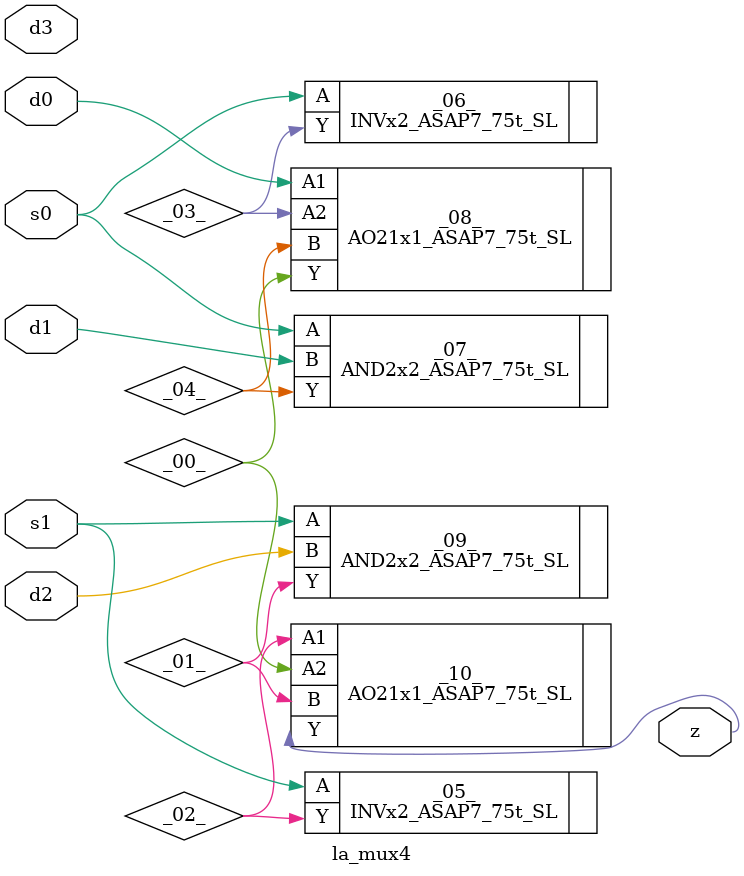
<source format=v>
/* Generated by Yosys 0.37 (git sha1 a5c7f69ed, clang 14.0.0-1ubuntu1.1 -fPIC -Os) */

module la_mux4(d0, d1, d2, d3, s0, s1, z);
  wire _00_;
  wire _01_;
  wire _02_;
  wire _03_;
  wire _04_;
  input d0;
  wire d0;
  input d1;
  wire d1;
  input d2;
  wire d2;
  input d3;
  wire d3;
  input s0;
  wire s0;
  input s1;
  wire s1;
  output z;
  wire z;
  INVx2_ASAP7_75t_SL _05_ (
    .A(s1),
    .Y(_02_)
  );
  INVx2_ASAP7_75t_SL _06_ (
    .A(s0),
    .Y(_03_)
  );
  AND2x2_ASAP7_75t_SL _07_ (
    .A(s0),
    .B(d1),
    .Y(_04_)
  );
  AO21x1_ASAP7_75t_SL _08_ (
    .A1(d0),
    .A2(_03_),
    .B(_04_),
    .Y(_00_)
  );
  AND2x2_ASAP7_75t_SL _09_ (
    .A(s1),
    .B(d2),
    .Y(_01_)
  );
  AO21x1_ASAP7_75t_SL _10_ (
    .A1(_02_),
    .A2(_00_),
    .B(_01_),
    .Y(z)
  );
endmodule

</source>
